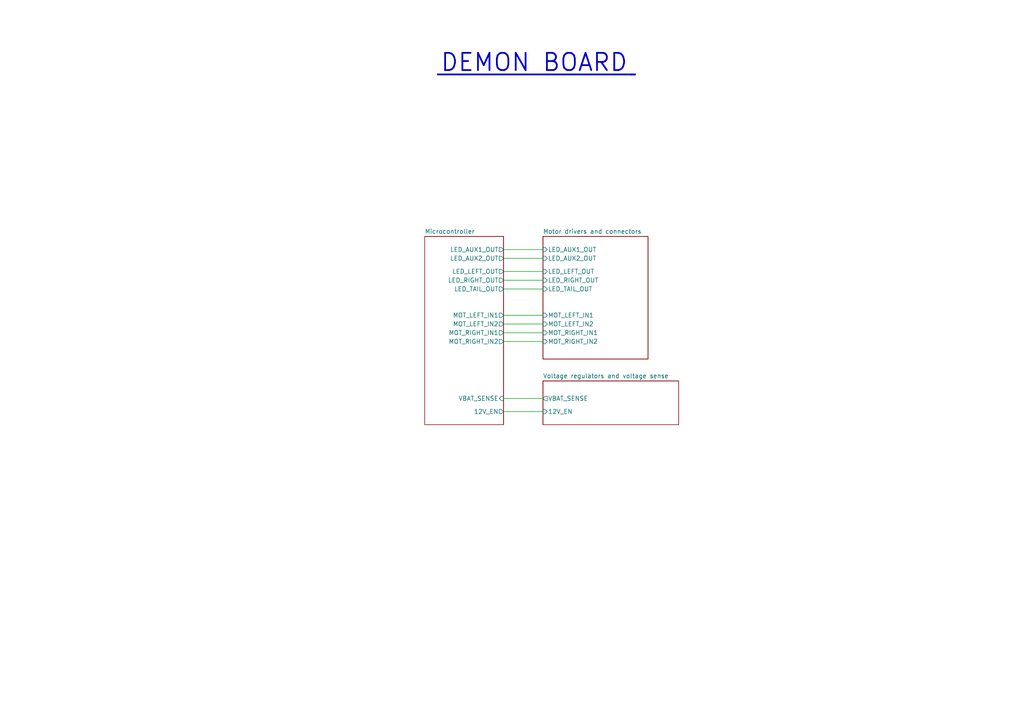
<source format=kicad_sch>
(kicad_sch
	(version 20250114)
	(generator "eeschema")
	(generator_version "9.0")
	(uuid "d5196155-f624-4ab7-8c53-2366fd7d91ef")
	(paper "A4")
	(title_block
		(title "Demon board")
		(rev "0.1")
		(company "mangoByte")
	)
	(lib_symbols)
	(text "DEMON BOARD"
		(exclude_from_sim no)
		(at 154.94 18.288 0)
		(effects
			(font
				(size 5 5)
				(thickness 0.508)
				(bold yes)
			)
		)
		(uuid "ff892afd-6d2c-429a-b558-a51a6d16b686")
	)
	(wire
		(pts
			(xy 146.05 119.38) (xy 157.48 119.38)
		)
		(stroke
			(width 0)
			(type default)
		)
		(uuid "12f5458b-9f9d-4e77-982e-57a7aa261c28")
	)
	(wire
		(pts
			(xy 146.05 81.28) (xy 157.48 81.28)
		)
		(stroke
			(width 0)
			(type default)
		)
		(uuid "16047ee9-2154-455d-ba7c-71bb96bbae37")
	)
	(wire
		(pts
			(xy 146.05 83.82) (xy 157.48 83.82)
		)
		(stroke
			(width 0)
			(type default)
		)
		(uuid "2d1940f5-d685-4cdb-b09c-a10a82d46230")
	)
	(wire
		(pts
			(xy 146.05 93.98) (xy 157.48 93.98)
		)
		(stroke
			(width 0)
			(type default)
		)
		(uuid "42020051-d96e-4a54-be0f-d11473409b23")
	)
	(polyline
		(pts
			(xy 127 21.59) (xy 184.15 21.59)
		)
		(stroke
			(width 0.508)
			(type solid)
		)
		(uuid "4f8324a1-8b60-42a7-8d08-b3250dd2ce44")
	)
	(wire
		(pts
			(xy 146.05 74.93) (xy 157.48 74.93)
		)
		(stroke
			(width 0)
			(type default)
		)
		(uuid "6ae89175-c3b9-4812-9f7e-773ff7030f33")
	)
	(wire
		(pts
			(xy 146.05 72.39) (xy 157.48 72.39)
		)
		(stroke
			(width 0)
			(type default)
		)
		(uuid "741ca44c-42f1-4495-87b3-48ba68ee8514")
	)
	(wire
		(pts
			(xy 146.05 78.74) (xy 157.48 78.74)
		)
		(stroke
			(width 0)
			(type default)
		)
		(uuid "74894d0e-c131-4cdf-8d7b-67c58673ee54")
	)
	(wire
		(pts
			(xy 146.05 91.44) (xy 157.48 91.44)
		)
		(stroke
			(width 0)
			(type default)
		)
		(uuid "9ef06568-d373-4150-9512-ab04f0e28b9a")
	)
	(polyline
		(pts
			(xy 182.88 21.59) (xy 184.15 21.59)
		)
		(stroke
			(width 0.508)
			(type solid)
		)
		(uuid "a3fe4668-3f2a-4858-ab8e-11d036588b13")
	)
	(wire
		(pts
			(xy 146.05 115.57) (xy 157.48 115.57)
		)
		(stroke
			(width 0)
			(type default)
		)
		(uuid "a59b0682-8ef2-40fa-b8e1-cc6d422b61e3")
	)
	(wire
		(pts
			(xy 146.05 96.52) (xy 157.48 96.52)
		)
		(stroke
			(width 0)
			(type default)
		)
		(uuid "a64cc900-7070-4cb0-904c-03ebd4f42a3a")
	)
	(wire
		(pts
			(xy 146.05 99.06) (xy 157.48 99.06)
		)
		(stroke
			(width 0)
			(type default)
		)
		(uuid "b043d5b4-c3bb-439c-b05e-9d9794fd0f43")
	)
	(sheet
		(at 157.48 110.49)
		(size 39.37 12.7)
		(exclude_from_sim no)
		(in_bom yes)
		(on_board yes)
		(dnp no)
		(fields_autoplaced yes)
		(stroke
			(width 0.1524)
			(type solid)
		)
		(fill
			(color 0 0 0 0.0000)
		)
		(uuid "30bfcba6-b840-4c1f-8e14-83db72034865")
		(property "Sheetname" "Voltage regulators and voltage sense"
			(at 157.48 109.7784 0)
			(effects
				(font
					(size 1.27 1.27)
				)
				(justify left bottom)
			)
		)
		(property "Sheetfile" "voltage_regulators_and_voltage_sense.kicad_sch"
			(at 157.48 123.7746 0)
			(effects
				(font
					(size 1.27 1.27)
				)
				(justify left top)
				(hide yes)
			)
		)
		(pin "VBAT_SENSE" output
			(at 157.48 115.57 180)
			(uuid "148327b4-ca9c-4ca5-a48e-3e0c5c0ba1f0")
			(effects
				(font
					(size 1.27 1.27)
				)
				(justify left)
			)
		)
		(pin "12V_EN" input
			(at 157.48 119.38 180)
			(uuid "f3f00f8d-2fa1-444a-b316-c1c3f9e8237a")
			(effects
				(font
					(size 1.27 1.27)
				)
				(justify left)
			)
		)
		(instances
			(project "demonBoard"
				(path "/d5196155-f624-4ab7-8c53-2366fd7d91ef"
					(page "4")
				)
			)
		)
	)
	(sheet
		(at 157.48 68.58)
		(size 30.48 35.56)
		(exclude_from_sim no)
		(in_bom yes)
		(on_board yes)
		(dnp no)
		(fields_autoplaced yes)
		(stroke
			(width 0.1524)
			(type solid)
		)
		(fill
			(color 0 0 0 0.0000)
		)
		(uuid "82fe8785-d635-435e-978f-a51a9d8f6ee7")
		(property "Sheetname" "Motor drivers and connectors"
			(at 157.48 67.8684 0)
			(effects
				(font
					(size 1.27 1.27)
				)
				(justify left bottom)
			)
		)
		(property "Sheetfile" "Motor_drivers.kicad_sch"
			(at 157.48 104.7246 0)
			(effects
				(font
					(size 1.27 1.27)
				)
				(justify left top)
				(hide yes)
			)
		)
		(pin "LED_AUX1_OUT" input
			(at 157.48 72.39 180)
			(uuid "c12433f2-5b6a-45fb-9a10-d8d9bfcc8f5b")
			(effects
				(font
					(size 1.27 1.27)
				)
				(justify left)
			)
		)
		(pin "LED_AUX2_OUT" input
			(at 157.48 74.93 180)
			(uuid "d3e559fe-cb5b-4a0d-82bc-5943873209db")
			(effects
				(font
					(size 1.27 1.27)
				)
				(justify left)
			)
		)
		(pin "LED_LEFT_OUT" input
			(at 157.48 78.74 180)
			(uuid "97513ebb-6cf9-4e69-aff5-4d0742eeb208")
			(effects
				(font
					(size 1.27 1.27)
				)
				(justify left)
			)
		)
		(pin "LED_RIGHT_OUT" input
			(at 157.48 81.28 180)
			(uuid "d33b8315-38d9-469f-a787-86d9bd7eb82f")
			(effects
				(font
					(size 1.27 1.27)
				)
				(justify left)
			)
		)
		(pin "LED_TAIL_OUT" input
			(at 157.48 83.82 180)
			(uuid "594e72dd-4f53-4400-acad-b8447072726d")
			(effects
				(font
					(size 1.27 1.27)
				)
				(justify left)
			)
		)
		(pin "MOT_LEFT_IN1" input
			(at 157.48 91.44 180)
			(uuid "30221241-7bbf-4d3b-9260-a7d30992e785")
			(effects
				(font
					(size 1.27 1.27)
				)
				(justify left)
			)
		)
		(pin "MOT_LEFT_IN2" input
			(at 157.48 93.98 180)
			(uuid "335c9a7c-bb0d-42b7-ae0a-1656f05dee88")
			(effects
				(font
					(size 1.27 1.27)
				)
				(justify left)
			)
		)
		(pin "MOT_RIGHT_IN1" input
			(at 157.48 96.52 180)
			(uuid "6e11ba06-bb2c-4a03-a9a3-043cf2aaf671")
			(effects
				(font
					(size 1.27 1.27)
				)
				(justify left)
			)
		)
		(pin "MOT_RIGHT_IN2" input
			(at 157.48 99.06 180)
			(uuid "41aab79a-7636-4f1f-b50e-70fffea12ca5")
			(effects
				(font
					(size 1.27 1.27)
				)
				(justify left)
			)
		)
		(instances
			(project "demonBoard"
				(path "/d5196155-f624-4ab7-8c53-2366fd7d91ef"
					(page "3")
				)
			)
		)
	)
	(sheet
		(at 123.19 68.58)
		(size 22.86 54.61)
		(exclude_from_sim no)
		(in_bom yes)
		(on_board yes)
		(dnp no)
		(fields_autoplaced yes)
		(stroke
			(width 0.1524)
			(type solid)
		)
		(fill
			(color 0 0 0 0.0000)
		)
		(uuid "ff069ddf-9bb7-43f3-8bcd-1520985db3df")
		(property "Sheetname" "Microcontroller"
			(at 123.19 67.8684 0)
			(effects
				(font
					(size 1.27 1.27)
				)
				(justify left bottom)
			)
		)
		(property "Sheetfile" "Microcontroller.kicad_sch"
			(at 123.19 123.7746 0)
			(effects
				(font
					(size 1.27 1.27)
				)
				(justify left top)
				(hide yes)
			)
		)
		(pin "LED_AUX1_OUT" output
			(at 146.05 72.39 0)
			(uuid "98239903-c881-48e5-8fca-92deb0a8e47e")
			(effects
				(font
					(size 1.27 1.27)
				)
				(justify right)
			)
		)
		(pin "LED_AUX2_OUT" output
			(at 146.05 74.93 0)
			(uuid "5a159e36-f1f2-4b11-9502-d54f7131d044")
			(effects
				(font
					(size 1.27 1.27)
				)
				(justify right)
			)
		)
		(pin "LED_LEFT_OUT" output
			(at 146.05 78.74 0)
			(uuid "bcf9ecbb-4745-4b95-b316-32e981faf296")
			(effects
				(font
					(size 1.27 1.27)
				)
				(justify right)
			)
		)
		(pin "LED_RIGHT_OUT" output
			(at 146.05 81.28 0)
			(uuid "392b8805-7d2f-4a1b-b8ed-ada962380107")
			(effects
				(font
					(size 1.27 1.27)
				)
				(justify right)
			)
		)
		(pin "LED_TAIL_OUT" output
			(at 146.05 83.82 0)
			(uuid "b694ad56-6e55-4a04-ade4-cd36ec014380")
			(effects
				(font
					(size 1.27 1.27)
				)
				(justify right)
			)
		)
		(pin "MOT_LEFT_IN1" output
			(at 146.05 91.44 0)
			(uuid "3f96cceb-c96f-4bea-9bec-d785b999d768")
			(effects
				(font
					(size 1.27 1.27)
				)
				(justify right)
			)
		)
		(pin "MOT_LEFT_IN2" output
			(at 146.05 93.98 0)
			(uuid "d3f423e6-b50e-409c-b8c7-92939346b8fe")
			(effects
				(font
					(size 1.27 1.27)
				)
				(justify right)
			)
		)
		(pin "MOT_RIGHT_IN1" output
			(at 146.05 96.52 0)
			(uuid "6d4abcc8-f852-4b7e-a440-98a41ab8cd03")
			(effects
				(font
					(size 1.27 1.27)
				)
				(justify right)
			)
		)
		(pin "MOT_RIGHT_IN2" output
			(at 146.05 99.06 0)
			(uuid "6a2439ce-21b0-44dd-a287-b875e7c4e28f")
			(effects
				(font
					(size 1.27 1.27)
				)
				(justify right)
			)
		)
		(pin "VBAT_SENSE" input
			(at 146.05 115.57 0)
			(uuid "0d4c5857-2111-4625-9d17-50d301609b30")
			(effects
				(font
					(size 1.27 1.27)
				)
				(justify right)
			)
		)
		(pin "12V_EN" output
			(at 146.05 119.38 0)
			(uuid "7128fef9-b2e1-45d8-b2da-24f8fdb564bf")
			(effects
				(font
					(size 1.27 1.27)
				)
				(justify right)
			)
		)
		(instances
			(project "demonBoard"
				(path "/d5196155-f624-4ab7-8c53-2366fd7d91ef"
					(page "2")
				)
			)
		)
	)
	(sheet_instances
		(path "/"
			(page "1")
		)
	)
	(embedded_fonts no)
)

</source>
